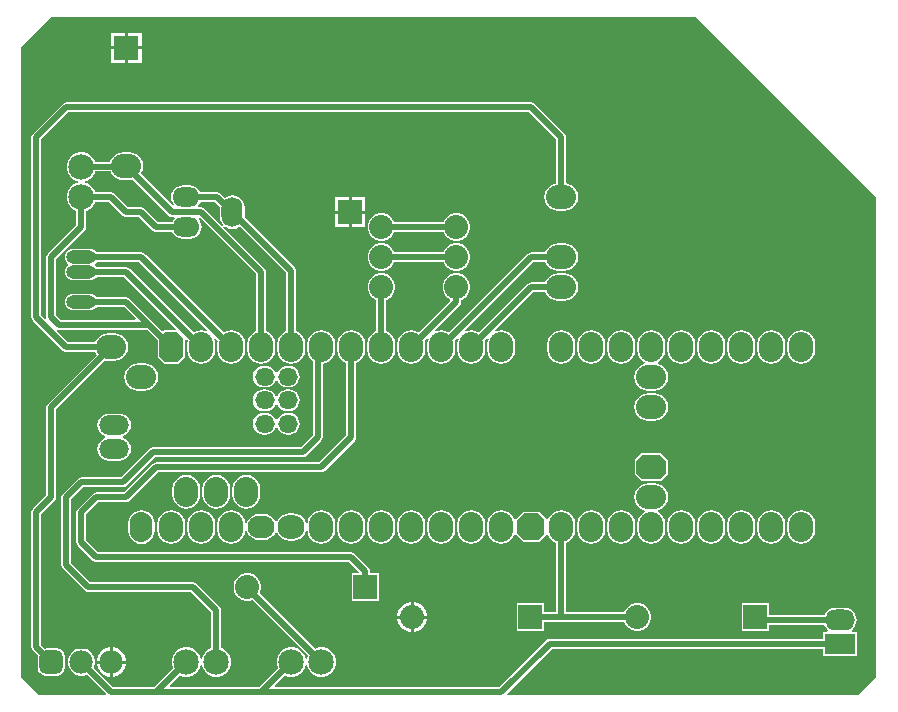
<source format=gbr>
%TF.GenerationSoftware,Altium Limited,Altium Designer,23.10.1 (27)*%
G04 Layer_Physical_Order=2*
G04 Layer_Color=16711680*
%FSLAX45Y45*%
%MOMM*%
%TF.SameCoordinates,2F64780F-F911-4696-9FF2-54DBC27FC154*%
%TF.FilePolarity,Positive*%
%TF.FileFunction,Copper,L2,Bot,Signal*%
%TF.Part,Single*%
G01*
G75*
%TA.AperFunction,ComponentPad*%
%ADD12R,2.54000X2.03200*%
%ADD13R,2.28600X2.28600*%
G04:AMPARAMS|DCode=14|XSize=2.032mm|YSize=2.032mm|CornerRadius=0.508mm|HoleSize=0mm|Usage=FLASHONLY|Rotation=90.000|XOffset=0mm|YOffset=0mm|HoleType=Round|Shape=RoundedRectangle|*
%AMROUNDEDRECTD14*
21,1,2.03200,1.01600,0,0,90.0*
21,1,1.01600,2.03200,0,0,90.0*
1,1,1.01600,0.50800,0.50800*
1,1,1.01600,0.50800,-0.50800*
1,1,1.01600,-0.50800,-0.50800*
1,1,1.01600,-0.50800,0.50800*
%
%ADD14ROUNDEDRECTD14*%
%ADD15O,2.54000X2.03200*%
G04:AMPARAMS|DCode=16|XSize=2.54mm|YSize=2.032mm|CornerRadius=0mm|HoleSize=0mm|Usage=FLASHONLY|Rotation=90.000|XOffset=0mm|YOffset=0mm|HoleType=Round|Shape=Octagon|*
%AMOCTAGOND16*
4,1,8,0.50800,1.27000,-0.50800,1.27000,-1.01600,0.76200,-1.01600,-0.76200,-0.50800,-1.27000,0.50800,-1.27000,1.01600,-0.76200,1.01600,0.76200,0.50800,1.27000,0.0*
%
%ADD16OCTAGOND16*%

G04:AMPARAMS|DCode=17|XSize=2.032mm|YSize=2.54mm|CornerRadius=0mm|HoleSize=0mm|Usage=FLASHONLY|Rotation=90.000|XOffset=0mm|YOffset=0mm|HoleType=Round|Shape=Octagon|*
%AMOCTAGOND17*
4,1,8,-1.27000,-0.50800,-1.27000,0.50800,-0.76200,1.01600,0.76200,1.01600,1.27000,0.50800,1.27000,-0.50800,0.76200,-1.01600,-0.76200,-1.01600,-1.27000,-0.50800,0.0*
%
%ADD17OCTAGOND17*%

%ADD18O,2.54000X2.03200*%
%ADD19O,2.03200X2.54000*%
%ADD20O,1.90500X2.54000*%
%ADD23O,2.28600X2.03200*%
G04:AMPARAMS|DCode=24|XSize=2.286mm|YSize=2.286mm|CornerRadius=0mm|HoleSize=0mm|Usage=FLASHONLY|Rotation=90.000|XOffset=0mm|YOffset=0mm|HoleType=Round|Shape=Octagon|*
%AMOCTAGOND24*
4,1,8,0.57150,1.14300,-0.57150,1.14300,-1.14300,0.57150,-1.14300,-0.57150,-0.57150,-1.14300,0.57150,-1.14300,1.14300,-0.57150,1.14300,0.57150,0.57150,1.14300,0.0*
%
%ADD24OCTAGOND24*%

%ADD25O,2.54000X1.65100*%
%ADD26O,1.65100X1.52400*%
G04:AMPARAMS|DCode=32|XSize=1.9812mm|YSize=1.9812mm|CornerRadius=0.4953mm|HoleSize=0mm|Usage=FLASHONLY|Rotation=0.000|XOffset=0mm|YOffset=0mm|HoleType=Round|Shape=RoundedRectangle|*
%AMROUNDEDRECTD32*
21,1,1.98120,0.99060,0,0,0.0*
21,1,0.99060,1.98120,0,0,0.0*
1,1,0.99060,0.49530,-0.49530*
1,1,0.99060,-0.49530,-0.49530*
1,1,0.99060,-0.49530,0.49530*
1,1,0.99060,0.49530,0.49530*
%
%ADD32ROUNDEDRECTD32*%
%ADD33C,1.98120*%
%ADD34C,2.15900*%
%ADD35O,2.54000X1.10795*%
%ADD36O,2.28600X1.65100*%
%ADD37C,2.03200*%
%TA.AperFunction,Conductor*%
%ADD38C,0.50800*%
%TA.AperFunction,ComponentPad*%
%ADD39R,2.15900X2.03200*%
%ADD40O,2.28600X1.90500*%
%ADD41R,2.03200X2.03200*%
%ADD42O,1.77800X2.54000*%
%ADD43R,2.54000X1.77800*%
%ADD44O,2.54000X1.77800*%
G36*
X9779000Y6350000D02*
X9779000Y2667000D01*
Y2286000D01*
X9627476Y2134476D01*
X6654669D01*
X6649809Y2146209D01*
X7029163Y2525564D01*
X9327760D01*
Y2462860D01*
X9612240D01*
Y2671140D01*
X9575104D01*
X9570793Y2683840D01*
X9582374Y2692726D01*
X9599066Y2714481D01*
X9609560Y2739814D01*
X9613139Y2767000D01*
X9609560Y2794186D01*
X9599066Y2819519D01*
X9582374Y2841274D01*
X9560619Y2857966D01*
X9535286Y2868460D01*
X9508100Y2872039D01*
X9431900D01*
X9404714Y2868460D01*
X9379381Y2857966D01*
X9357626Y2841274D01*
X9340934Y2819519D01*
X9336343Y2808436D01*
X8871840D01*
Y2910840D01*
X8638160D01*
Y2677160D01*
X8871840D01*
Y2725564D01*
X9336343D01*
X9340934Y2714481D01*
X9357626Y2692726D01*
X9369208Y2683840D01*
X9364896Y2671140D01*
X9327760D01*
Y2608436D01*
X7012000D01*
X6996143Y2605282D01*
X6982700Y2596300D01*
X6586836Y2200436D01*
X4688630D01*
X4683769Y2212170D01*
X4772969Y2301370D01*
X4778450Y2298205D01*
X4809782Y2289810D01*
X4842218D01*
X4873550Y2298205D01*
X4901640Y2314423D01*
X4924577Y2337360D01*
X4940795Y2365450D01*
X4946426Y2386466D01*
X4959574D01*
X4965205Y2365450D01*
X4981423Y2337360D01*
X5004360Y2314423D01*
X5032450Y2298205D01*
X5063782Y2289810D01*
X5096218D01*
X5127550Y2298205D01*
X5155640Y2314423D01*
X5178577Y2337360D01*
X5194795Y2365450D01*
X5203190Y2396782D01*
Y2429218D01*
X5194795Y2460550D01*
X5178577Y2488640D01*
X5155640Y2511577D01*
X5127550Y2527795D01*
X5096218Y2536190D01*
X5063782D01*
X5032450Y2527795D01*
X5029505Y2526095D01*
X4558518Y2997082D01*
X4561877Y3002902D01*
X4569840Y3032618D01*
Y3063382D01*
X4561877Y3093098D01*
X4546495Y3119741D01*
X4524741Y3141495D01*
X4498098Y3156877D01*
X4468382Y3164840D01*
X4437618D01*
X4407902Y3156877D01*
X4381259Y3141495D01*
X4359505Y3119741D01*
X4344123Y3093098D01*
X4336160Y3063382D01*
Y3032618D01*
X4344123Y3002902D01*
X4359505Y2976259D01*
X4381259Y2954505D01*
X4407902Y2939123D01*
X4437618Y2931160D01*
X4468382D01*
X4498098Y2939123D01*
X4498846Y2939554D01*
X4969834Y2468567D01*
X4965205Y2460550D01*
X4959574Y2439534D01*
X4946426D01*
X4940795Y2460550D01*
X4924577Y2488640D01*
X4901640Y2511577D01*
X4873550Y2527795D01*
X4842218Y2536190D01*
X4809782D01*
X4778450Y2527795D01*
X4750360Y2511577D01*
X4727423Y2488640D01*
X4711205Y2460550D01*
X4702810Y2429218D01*
Y2396782D01*
X4711205Y2365450D01*
X4714370Y2359969D01*
X4554836Y2200436D01*
X3799630D01*
X3794769Y2212170D01*
X3883969Y2301370D01*
X3889450Y2298205D01*
X3920782Y2289810D01*
X3953218D01*
X3984550Y2298205D01*
X4012640Y2314423D01*
X4035577Y2337360D01*
X4051795Y2365450D01*
X4057426Y2386466D01*
X4070574D01*
X4076205Y2365450D01*
X4092423Y2337360D01*
X4115360Y2314423D01*
X4143450Y2298205D01*
X4174782Y2289810D01*
X4207218D01*
X4238550Y2298205D01*
X4266640Y2314423D01*
X4289577Y2337360D01*
X4305795Y2365450D01*
X4314190Y2396782D01*
Y2429218D01*
X4305795Y2460550D01*
X4289577Y2488640D01*
X4266640Y2511577D01*
X4238550Y2527795D01*
X4232436Y2529433D01*
Y2853638D01*
X4229282Y2869495D01*
X4220300Y2882938D01*
X4025938Y3077300D01*
X4012495Y3086282D01*
X3996638Y3089436D01*
X3124802D01*
X2962436Y3251802D01*
Y3792836D01*
X3065164Y3895564D01*
X3399847D01*
X3415704Y3898718D01*
X3429147Y3907700D01*
X3671010Y4149564D01*
X4923847D01*
X4939704Y4152718D01*
X4953147Y4161700D01*
X5080147Y4288700D01*
X5089129Y4302143D01*
X5092283Y4318000D01*
Y4938369D01*
X5110501Y4940767D01*
X5138924Y4952541D01*
X5163331Y4971269D01*
X5182059Y4995676D01*
X5193833Y5024099D01*
X5197848Y5054600D01*
Y5105400D01*
X5193833Y5135901D01*
X5182059Y5164324D01*
X5163331Y5188731D01*
X5138924Y5207459D01*
X5110501Y5219233D01*
X5080000Y5223248D01*
X5049499Y5219233D01*
X5021076Y5207459D01*
X4996669Y5188731D01*
X4977941Y5164324D01*
X4966167Y5135901D01*
X4962152Y5105400D01*
Y5054600D01*
X4966167Y5024099D01*
X4977941Y4995676D01*
X4996669Y4971269D01*
X5009411Y4961492D01*
Y4335164D01*
X4906683Y4232436D01*
X3653848D01*
X3653847Y4232437D01*
X3637990Y4229282D01*
X3624547Y4220300D01*
X3382683Y3978436D01*
X3048000D01*
X3032143Y3975282D01*
X3018700Y3966300D01*
X2891700Y3839300D01*
X2882718Y3825857D01*
X2879564Y3810000D01*
Y3234638D01*
X2882718Y3218781D01*
X2891700Y3205339D01*
X3078339Y3018700D01*
X3091781Y3009718D01*
X3107638Y3006564D01*
X3979475D01*
X4149564Y2836475D01*
Y2529433D01*
X4143450Y2527795D01*
X4115360Y2511577D01*
X4092423Y2488640D01*
X4076205Y2460550D01*
X4070574Y2439534D01*
X4057426D01*
X4051795Y2460550D01*
X4035577Y2488640D01*
X4012640Y2511577D01*
X3984550Y2527795D01*
X3953218Y2536190D01*
X3920782D01*
X3889450Y2527795D01*
X3861360Y2511577D01*
X3838423Y2488640D01*
X3822205Y2460550D01*
X3813810Y2429218D01*
Y2396782D01*
X3822205Y2365450D01*
X3825370Y2359969D01*
X3665836Y2200436D01*
X3319164D01*
X3153122Y2366477D01*
X3154511Y2368882D01*
X3162300Y2397952D01*
Y2428048D01*
X3154511Y2457118D01*
X3139463Y2483182D01*
X3118182Y2504463D01*
X3092118Y2519511D01*
X3063048Y2527300D01*
X3032952D01*
X3003882Y2519511D01*
X2977818Y2504463D01*
X2956537Y2483182D01*
X2941489Y2457118D01*
X2933700Y2428048D01*
Y2397952D01*
X2941489Y2368882D01*
X2956537Y2342818D01*
X2977818Y2321537D01*
X3003882Y2306489D01*
X3032952Y2298700D01*
X3063048D01*
X3092118Y2306489D01*
X3094523Y2307878D01*
X3256191Y2146209D01*
X3251331Y2134476D01*
X2691524D01*
X2540000Y2286000D01*
Y7620000D01*
X2794000Y7874000D01*
X8255000D01*
X9779000Y6350000D01*
D02*
G37*
%LPC*%
G36*
X3562350Y7739000D02*
X3441700D01*
Y7624700D01*
X3562350D01*
Y7739000D01*
D02*
G37*
G36*
X3416300D02*
X3295650D01*
Y7624700D01*
X3416300D01*
Y7739000D01*
D02*
G37*
G36*
X3562350Y7599300D02*
X3441700D01*
Y7485000D01*
X3562350D01*
Y7599300D01*
D02*
G37*
G36*
X3416300D02*
X3295650D01*
Y7485000D01*
X3416300D01*
Y7599300D01*
D02*
G37*
G36*
X5453000Y6350000D02*
X5338700D01*
Y6235700D01*
X5453000D01*
Y6350000D01*
D02*
G37*
G36*
X5313300D02*
X5199000D01*
Y6235700D01*
X5313300D01*
Y6350000D01*
D02*
G37*
G36*
X2921000Y7153437D02*
X2905143Y7150282D01*
X2891700Y7141300D01*
X2637700Y6887300D01*
X2628718Y6873857D01*
X2625564Y6858000D01*
Y5334000D01*
X2628718Y5318143D01*
X2637700Y5304700D01*
X2891700Y5050700D01*
X2905143Y5041718D01*
X2921000Y5038563D01*
X2921001Y5038564D01*
X3167297D01*
X3174541Y5021076D01*
X3178854Y5015454D01*
X2764700Y4601300D01*
X2755718Y4587857D01*
X2752564Y4572000D01*
Y3827164D01*
X2637700Y3712300D01*
X2628718Y3698857D01*
X2625564Y3683000D01*
Y2540000D01*
X2628718Y2524143D01*
X2637700Y2510700D01*
X2679665Y2468735D01*
X2678431Y2462530D01*
Y2363470D01*
X2683458Y2338198D01*
X2697773Y2316773D01*
X2719198Y2302458D01*
X2744470Y2297431D01*
X2843530D01*
X2868802Y2302458D01*
X2890227Y2316773D01*
X2904542Y2338198D01*
X2909569Y2363470D01*
Y2462530D01*
X2904542Y2487802D01*
X2890227Y2509227D01*
X2868802Y2523542D01*
X2843530Y2528569D01*
X2744470D01*
X2738265Y2527335D01*
X2708436Y2557164D01*
Y3665836D01*
X2823300Y3780700D01*
X2832282Y3794143D01*
X2835436Y3810000D01*
Y4554836D01*
X3246689Y4966090D01*
X3276600Y4962152D01*
X3327400D01*
X3357901Y4966167D01*
X3386324Y4977941D01*
X3410731Y4996669D01*
X3429459Y5021076D01*
X3441233Y5049499D01*
X3445248Y5080000D01*
X3441233Y5110501D01*
X3429459Y5138924D01*
X3410731Y5163331D01*
X3386324Y5182059D01*
X3357901Y5193833D01*
X3327400Y5197848D01*
X3276600D01*
X3246099Y5193833D01*
X3217676Y5182059D01*
X3193269Y5163331D01*
X3174541Y5138924D01*
X3167297Y5121436D01*
X2938164D01*
X2841045Y5218555D01*
X2847301Y5230259D01*
X2858540Y5228024D01*
X3603377D01*
X3693160Y5138240D01*
Y4996180D01*
X3751580Y4937760D01*
X3868420D01*
X3926840Y4996180D01*
Y5141967D01*
X3938573Y5146827D01*
X3950090Y5135311D01*
X3946152Y5105400D01*
Y5054600D01*
X3950167Y5024099D01*
X3961941Y4995676D01*
X3980669Y4971269D01*
X4005076Y4952541D01*
X4033499Y4940767D01*
X4064000Y4936752D01*
X4094501Y4940767D01*
X4122924Y4952541D01*
X4147331Y4971269D01*
X4166059Y4995676D01*
X4177833Y5024099D01*
X4181848Y5054600D01*
Y5105400D01*
X4177833Y5135901D01*
X4172384Y5149056D01*
X4183150Y5156250D01*
X4204090Y5135311D01*
X4200152Y5105400D01*
Y5054600D01*
X4204167Y5024099D01*
X4215941Y4995676D01*
X4234669Y4971269D01*
X4259076Y4952541D01*
X4287499Y4940767D01*
X4318000Y4936752D01*
X4348501Y4940767D01*
X4376924Y4952541D01*
X4401331Y4971269D01*
X4420059Y4995676D01*
X4431833Y5024099D01*
X4435848Y5054600D01*
Y5105400D01*
X4431833Y5135901D01*
X4420059Y5164324D01*
X4401331Y5188731D01*
X4376924Y5207459D01*
X4348501Y5219233D01*
X4318000Y5223248D01*
X4287499Y5219233D01*
X4259076Y5207459D01*
X4253454Y5203146D01*
X3585300Y5871300D01*
X3571857Y5880282D01*
X3556000Y5883436D01*
X3176844D01*
X3169982Y5892379D01*
X3155226Y5903702D01*
X3138043Y5910819D01*
X3119603Y5913247D01*
X2976397D01*
X2957957Y5910819D01*
X2940774Y5903702D01*
X2926018Y5892379D01*
X2914696Y5877623D01*
X2907578Y5860440D01*
X2905150Y5842000D01*
X2907578Y5823560D01*
X2914696Y5806377D01*
X2926018Y5791621D01*
X2932687Y5786504D01*
Y5770496D01*
X2926018Y5765379D01*
X2914696Y5750623D01*
X2907578Y5733440D01*
X2905150Y5715000D01*
X2907578Y5696560D01*
X2914696Y5679377D01*
X2926018Y5664621D01*
X2940774Y5653298D01*
X2957957Y5646181D01*
X2976397Y5643753D01*
X3119603D01*
X3138043Y5646181D01*
X3155226Y5653298D01*
X3169982Y5664621D01*
X3176844Y5673564D01*
X3411836D01*
X3851427Y5233973D01*
X3846567Y5222240D01*
X3751580D01*
X3738970Y5209630D01*
X3649840Y5298760D01*
X3458300Y5490300D01*
X3444857Y5499282D01*
X3429000Y5502436D01*
X3176844D01*
X3169982Y5511379D01*
X3155226Y5522702D01*
X3138043Y5529819D01*
X3119603Y5532247D01*
X2976397D01*
X2957957Y5529819D01*
X2940774Y5522702D01*
X2926018Y5511379D01*
X2914696Y5496623D01*
X2907578Y5479440D01*
X2905150Y5461000D01*
X2907578Y5442560D01*
X2914696Y5425377D01*
X2926018Y5410621D01*
X2940774Y5399298D01*
X2957957Y5392181D01*
X2976397Y5389753D01*
X3119603D01*
X3138043Y5392181D01*
X3155226Y5399298D01*
X3169982Y5410621D01*
X3176844Y5419564D01*
X3411836D01*
X3508771Y5322629D01*
X3503910Y5310896D01*
X2875704D01*
X2835436Y5351164D01*
Y5824836D01*
X3077300Y6066700D01*
X3086282Y6080143D01*
X3089437Y6096000D01*
X3089436Y6096001D01*
Y6233567D01*
X3095550Y6235205D01*
X3123640Y6251423D01*
X3146577Y6274360D01*
X3162795Y6302450D01*
X3164433Y6308564D01*
X3284836D01*
X3399700Y6193700D01*
X3413143Y6184718D01*
X3429000Y6181564D01*
X3538836D01*
X3653700Y6066700D01*
X3667143Y6057718D01*
X3683000Y6054564D01*
X3816566D01*
X3819831Y6046683D01*
X3835505Y6026255D01*
X3855933Y6010581D01*
X3879722Y6000727D01*
X3905250Y5997366D01*
X3968750D01*
X3994278Y6000727D01*
X4018067Y6010581D01*
X4038495Y6026255D01*
X4054169Y6046683D01*
X4064023Y6070472D01*
X4067384Y6096000D01*
X4064023Y6121528D01*
X4054169Y6145317D01*
X4040454Y6163190D01*
X4042468Y6172454D01*
X4045012Y6176751D01*
X4050756Y6177644D01*
X4530564Y5697837D01*
Y5214703D01*
X4513076Y5207459D01*
X4488669Y5188731D01*
X4469941Y5164324D01*
X4458167Y5135901D01*
X4454152Y5105400D01*
Y5054600D01*
X4458167Y5024099D01*
X4469941Y4995676D01*
X4488669Y4971269D01*
X4513076Y4952541D01*
X4541499Y4940767D01*
X4572000Y4936752D01*
X4602501Y4940767D01*
X4630924Y4952541D01*
X4655331Y4971269D01*
X4674059Y4995676D01*
X4685833Y5024099D01*
X4689848Y5054600D01*
Y5105400D01*
X4685833Y5135901D01*
X4674059Y5164324D01*
X4655331Y5188731D01*
X4630924Y5207459D01*
X4613436Y5214703D01*
Y5715000D01*
X4610282Y5730857D01*
X4601300Y5744300D01*
X4248526Y6097074D01*
X4256918Y6106643D01*
X4273481Y6093934D01*
X4298814Y6083440D01*
X4326000Y6079861D01*
X4353186Y6083440D01*
X4378519Y6093934D01*
X4388674Y6101726D01*
X4784564Y5705836D01*
Y5214703D01*
X4767076Y5207459D01*
X4742669Y5188731D01*
X4723941Y5164324D01*
X4712167Y5135901D01*
X4708152Y5105400D01*
Y5054600D01*
X4712167Y5024099D01*
X4723941Y4995676D01*
X4742669Y4971269D01*
X4767076Y4952541D01*
X4795499Y4940767D01*
X4826000Y4936752D01*
X4856501Y4940767D01*
X4884924Y4952541D01*
X4909331Y4971269D01*
X4928059Y4995676D01*
X4939833Y5024099D01*
X4943848Y5054600D01*
Y5105400D01*
X4939833Y5135901D01*
X4928059Y5164324D01*
X4909331Y5188731D01*
X4884924Y5207459D01*
X4867436Y5214703D01*
Y5723000D01*
X4864282Y5738857D01*
X4855300Y5752300D01*
X4430069Y6177531D01*
X4431039Y6184900D01*
Y6261100D01*
X4427460Y6288286D01*
X4416966Y6313619D01*
X4400274Y6335374D01*
X4378519Y6352066D01*
X4353186Y6362560D01*
X4326000Y6366139D01*
X4298814Y6362560D01*
X4273481Y6352066D01*
X4263326Y6344274D01*
X4228300Y6379300D01*
X4214857Y6388282D01*
X4199000Y6391436D01*
X4057434D01*
X4054169Y6399317D01*
X4038495Y6419745D01*
X4018067Y6435419D01*
X3994278Y6445273D01*
X3968750Y6448634D01*
X3905250D01*
X3879722Y6445273D01*
X3855933Y6435419D01*
X3835505Y6419745D01*
X3819831Y6399317D01*
X3809977Y6375528D01*
X3806616Y6350000D01*
X3809977Y6324472D01*
X3819831Y6300683D01*
X3829570Y6287990D01*
X3820002Y6279598D01*
X3552146Y6547454D01*
X3556459Y6553076D01*
X3568233Y6581499D01*
X3572248Y6612000D01*
X3568233Y6642501D01*
X3556459Y6670924D01*
X3537731Y6695331D01*
X3513324Y6714059D01*
X3484901Y6725833D01*
X3454400Y6729848D01*
X3403600D01*
X3373099Y6725833D01*
X3344676Y6714059D01*
X3320269Y6695331D01*
X3301541Y6670924D01*
X3292640Y6649436D01*
X3163361D01*
X3162795Y6651550D01*
X3146577Y6679640D01*
X3123640Y6702577D01*
X3095550Y6718795D01*
X3064218Y6727190D01*
X3031782D01*
X3000450Y6718795D01*
X2972360Y6702577D01*
X2949423Y6679640D01*
X2933205Y6651550D01*
X2924810Y6620218D01*
Y6587782D01*
X2933205Y6556450D01*
X2949423Y6528360D01*
X2972360Y6505423D01*
X3000450Y6489205D01*
X3021466Y6483574D01*
Y6470426D01*
X3000450Y6464795D01*
X2972360Y6448577D01*
X2949423Y6425640D01*
X2933205Y6397550D01*
X2924810Y6366218D01*
Y6333782D01*
X2933205Y6302450D01*
X2949423Y6274360D01*
X2972360Y6251423D01*
X3000450Y6235205D01*
X3006564Y6233567D01*
Y6113164D01*
X2764700Y5871300D01*
X2755718Y5857857D01*
X2752564Y5842000D01*
Y5334000D01*
X2754799Y5322761D01*
X2743095Y5316505D01*
X2708436Y5351164D01*
Y6840836D01*
X2938164Y7070564D01*
X6840836D01*
X7070564Y6840836D01*
Y6465737D01*
X7056099Y6463833D01*
X7027676Y6452059D01*
X7003269Y6433331D01*
X6984541Y6408924D01*
X6972767Y6380501D01*
X6968752Y6350000D01*
X6972767Y6319499D01*
X6984541Y6291076D01*
X7003269Y6266669D01*
X7027676Y6247941D01*
X7056099Y6236167D01*
X7086600Y6232152D01*
X7137400D01*
X7167901Y6236167D01*
X7196324Y6247941D01*
X7220731Y6266669D01*
X7239459Y6291076D01*
X7251233Y6319499D01*
X7255248Y6350000D01*
X7251233Y6380501D01*
X7239459Y6408924D01*
X7220731Y6433331D01*
X7196324Y6452059D01*
X7167901Y6463833D01*
X7153436Y6465737D01*
Y6857999D01*
X7153437Y6858000D01*
X7150282Y6873857D01*
X7141300Y6887300D01*
X6887300Y7141300D01*
X6873857Y7150282D01*
X6858000Y7153436D01*
X2921001D01*
X2921000Y7153437D01*
D02*
G37*
G36*
X6238382Y6212840D02*
X6207618D01*
X6177902Y6204877D01*
X6151259Y6189495D01*
X6129505Y6167741D01*
X6114123Y6141098D01*
X6113141Y6137436D01*
X5697859D01*
X5696877Y6141098D01*
X5681495Y6167741D01*
X5659741Y6189495D01*
X5633098Y6204877D01*
X5603382Y6212840D01*
X5572618D01*
X5542902Y6204877D01*
X5516259Y6189495D01*
X5494505Y6167741D01*
X5479123Y6141098D01*
X5471160Y6111382D01*
Y6080618D01*
X5479123Y6050902D01*
X5494505Y6024259D01*
X5516259Y6002505D01*
X5542902Y5987123D01*
X5572618Y5979160D01*
X5603382D01*
X5633098Y5987123D01*
X5659741Y6002505D01*
X5681495Y6024259D01*
X5696877Y6050902D01*
X5697859Y6054564D01*
X6113141D01*
X6114123Y6050902D01*
X6129505Y6024259D01*
X6151259Y6002505D01*
X6177902Y5987123D01*
X6207618Y5979160D01*
X6238382D01*
X6268098Y5987123D01*
X6294741Y6002505D01*
X6316495Y6024259D01*
X6331877Y6050902D01*
X6339840Y6080618D01*
Y6111382D01*
X6331877Y6141098D01*
X6316495Y6167741D01*
X6294741Y6189495D01*
X6268098Y6204877D01*
X6238382Y6212840D01*
D02*
G37*
G36*
X5453000Y6210300D02*
X5338700D01*
Y6096000D01*
X5453000D01*
Y6210300D01*
D02*
G37*
G36*
X5313300D02*
X5199000D01*
Y6096000D01*
X5313300D01*
Y6210300D01*
D02*
G37*
G36*
X6238382Y5958840D02*
X6207618D01*
X6177902Y5950877D01*
X6151259Y5935495D01*
X6129505Y5913741D01*
X6114123Y5887098D01*
X6113141Y5883436D01*
X5697859D01*
X5696877Y5887098D01*
X5681495Y5913741D01*
X5659741Y5935495D01*
X5633098Y5950877D01*
X5603382Y5958840D01*
X5572618D01*
X5542902Y5950877D01*
X5516259Y5935495D01*
X5494505Y5913741D01*
X5479123Y5887098D01*
X5471160Y5857382D01*
Y5826618D01*
X5479123Y5796902D01*
X5494505Y5770259D01*
X5516259Y5748505D01*
X5542902Y5733123D01*
X5572618Y5725160D01*
X5603382D01*
X5633098Y5733123D01*
X5659741Y5748505D01*
X5681495Y5770259D01*
X5696877Y5796902D01*
X5697859Y5800564D01*
X6113141D01*
X6114123Y5796902D01*
X6129505Y5770259D01*
X6151259Y5748505D01*
X6177902Y5733123D01*
X6207618Y5725160D01*
X6238382D01*
X6268098Y5733123D01*
X6294741Y5748505D01*
X6316495Y5770259D01*
X6331877Y5796902D01*
X6339840Y5826618D01*
Y5857382D01*
X6331877Y5887098D01*
X6316495Y5913741D01*
X6294741Y5935495D01*
X6268098Y5950877D01*
X6238382Y5958840D01*
D02*
G37*
G36*
X7137400Y5959848D02*
X7086600D01*
X7056099Y5955833D01*
X7027676Y5944059D01*
X7003269Y5925331D01*
X6984541Y5900924D01*
X6977297Y5883436D01*
X6858000D01*
X6842143Y5880282D01*
X6828700Y5871300D01*
X6160546Y5203146D01*
X6154924Y5207459D01*
X6126501Y5219233D01*
X6096000Y5223248D01*
X6065499Y5219233D01*
X6052344Y5213784D01*
X6045150Y5224550D01*
X6252300Y5431700D01*
X6261282Y5445143D01*
X6264436Y5461000D01*
Y5478141D01*
X6268098Y5479123D01*
X6294741Y5494505D01*
X6316495Y5516259D01*
X6331877Y5542902D01*
X6339840Y5572618D01*
Y5603382D01*
X6331877Y5633098D01*
X6316495Y5659741D01*
X6294741Y5681495D01*
X6268098Y5696877D01*
X6238382Y5704840D01*
X6207618D01*
X6177902Y5696877D01*
X6151259Y5681495D01*
X6129505Y5659741D01*
X6114123Y5633098D01*
X6106160Y5603382D01*
Y5572618D01*
X6114123Y5542902D01*
X6129505Y5516259D01*
X6151259Y5494505D01*
X6169445Y5484005D01*
X6171534Y5468134D01*
X5906546Y5203146D01*
X5900924Y5207459D01*
X5872501Y5219233D01*
X5842000Y5223248D01*
X5811499Y5219233D01*
X5783076Y5207459D01*
X5758669Y5188731D01*
X5739941Y5164324D01*
X5728167Y5135901D01*
X5724152Y5105400D01*
Y5054600D01*
X5728167Y5024099D01*
X5739941Y4995676D01*
X5758669Y4971269D01*
X5783076Y4952541D01*
X5811499Y4940767D01*
X5842000Y4936752D01*
X5872501Y4940767D01*
X5900924Y4952541D01*
X5925331Y4971269D01*
X5944059Y4995676D01*
X5955833Y5024099D01*
X5959848Y5054600D01*
Y5105400D01*
X5955910Y5135311D01*
X5976850Y5156250D01*
X5987616Y5149056D01*
X5982167Y5135901D01*
X5978152Y5105400D01*
Y5054600D01*
X5982167Y5024099D01*
X5993941Y4995676D01*
X6012669Y4971269D01*
X6037076Y4952541D01*
X6065499Y4940767D01*
X6096000Y4936752D01*
X6126501Y4940767D01*
X6154924Y4952541D01*
X6179331Y4971269D01*
X6198059Y4995676D01*
X6209833Y5024099D01*
X6213848Y5054600D01*
Y5105400D01*
X6209910Y5135311D01*
X6230850Y5156250D01*
X6241616Y5149056D01*
X6236167Y5135901D01*
X6232152Y5105400D01*
Y5054600D01*
X6236167Y5024099D01*
X6247941Y4995676D01*
X6266669Y4971269D01*
X6291076Y4952541D01*
X6319499Y4940767D01*
X6350000Y4936752D01*
X6380501Y4940767D01*
X6408924Y4952541D01*
X6433331Y4971269D01*
X6452059Y4995676D01*
X6463833Y5024099D01*
X6467848Y5054600D01*
Y5105400D01*
X6463910Y5135311D01*
X6484850Y5156250D01*
X6495616Y5149056D01*
X6490167Y5135901D01*
X6486152Y5105400D01*
Y5054600D01*
X6490167Y5024099D01*
X6501941Y4995676D01*
X6520669Y4971269D01*
X6545076Y4952541D01*
X6573499Y4940767D01*
X6604000Y4936752D01*
X6634501Y4940767D01*
X6662924Y4952541D01*
X6687331Y4971269D01*
X6706059Y4995676D01*
X6717833Y5024099D01*
X6721848Y5054600D01*
Y5105400D01*
X6717833Y5135901D01*
X6706059Y5164324D01*
X6687331Y5188731D01*
X6662924Y5207459D01*
X6634501Y5219233D01*
X6604000Y5223248D01*
X6573499Y5219233D01*
X6560344Y5213784D01*
X6553150Y5224550D01*
X6875164Y5546564D01*
X6977297D01*
X6984541Y5529076D01*
X7003269Y5504669D01*
X7027676Y5485941D01*
X7056099Y5474167D01*
X7086600Y5470152D01*
X7137400D01*
X7167901Y5474167D01*
X7196324Y5485941D01*
X7220731Y5504669D01*
X7239459Y5529076D01*
X7251233Y5557499D01*
X7255248Y5588000D01*
X7251233Y5618501D01*
X7239459Y5646924D01*
X7220731Y5671331D01*
X7196324Y5690059D01*
X7167901Y5701833D01*
X7137400Y5705848D01*
X7086600D01*
X7056099Y5701833D01*
X7027676Y5690059D01*
X7003269Y5671331D01*
X6984541Y5646924D01*
X6977297Y5629436D01*
X6858000D01*
X6842143Y5626282D01*
X6828700Y5617300D01*
X6414546Y5203146D01*
X6408924Y5207459D01*
X6380501Y5219233D01*
X6350000Y5223248D01*
X6319499Y5219233D01*
X6306344Y5213784D01*
X6299150Y5224550D01*
X6875164Y5800564D01*
X6977297D01*
X6984541Y5783076D01*
X7003269Y5758669D01*
X7027676Y5739941D01*
X7056099Y5728167D01*
X7086600Y5724152D01*
X7137400D01*
X7167901Y5728167D01*
X7196324Y5739941D01*
X7220731Y5758669D01*
X7239459Y5783076D01*
X7251233Y5811499D01*
X7255248Y5842000D01*
X7251233Y5872501D01*
X7239459Y5900924D01*
X7220731Y5925331D01*
X7196324Y5944059D01*
X7167901Y5955833D01*
X7137400Y5959848D01*
D02*
G37*
G36*
X9144000Y5223248D02*
X9113499Y5219233D01*
X9085076Y5207459D01*
X9060669Y5188731D01*
X9041941Y5164324D01*
X9030167Y5135901D01*
X9026152Y5105400D01*
Y5054600D01*
X9030167Y5024099D01*
X9041941Y4995676D01*
X9060669Y4971269D01*
X9085076Y4952541D01*
X9113499Y4940767D01*
X9144000Y4936752D01*
X9174501Y4940767D01*
X9202924Y4952541D01*
X9227331Y4971269D01*
X9246059Y4995676D01*
X9257833Y5024099D01*
X9261848Y5054600D01*
Y5105400D01*
X9257833Y5135901D01*
X9246059Y5164324D01*
X9227331Y5188731D01*
X9202924Y5207459D01*
X9174501Y5219233D01*
X9144000Y5223248D01*
D02*
G37*
G36*
X8890000D02*
X8859499Y5219233D01*
X8831076Y5207459D01*
X8806669Y5188731D01*
X8787941Y5164324D01*
X8776167Y5135901D01*
X8772152Y5105400D01*
Y5054600D01*
X8776167Y5024099D01*
X8787941Y4995676D01*
X8806669Y4971269D01*
X8831076Y4952541D01*
X8859499Y4940767D01*
X8890000Y4936752D01*
X8920501Y4940767D01*
X8948924Y4952541D01*
X8973331Y4971269D01*
X8992059Y4995676D01*
X9003833Y5024099D01*
X9007848Y5054600D01*
Y5105400D01*
X9003833Y5135901D01*
X8992059Y5164324D01*
X8973331Y5188731D01*
X8948924Y5207459D01*
X8920501Y5219233D01*
X8890000Y5223248D01*
D02*
G37*
G36*
X8636000D02*
X8605499Y5219233D01*
X8577076Y5207459D01*
X8552669Y5188731D01*
X8533941Y5164324D01*
X8522167Y5135901D01*
X8518152Y5105400D01*
Y5054600D01*
X8522167Y5024099D01*
X8533941Y4995676D01*
X8552669Y4971269D01*
X8577076Y4952541D01*
X8605499Y4940767D01*
X8636000Y4936752D01*
X8666501Y4940767D01*
X8694924Y4952541D01*
X8719331Y4971269D01*
X8738059Y4995676D01*
X8749833Y5024099D01*
X8753848Y5054600D01*
Y5105400D01*
X8749833Y5135901D01*
X8738059Y5164324D01*
X8719331Y5188731D01*
X8694924Y5207459D01*
X8666501Y5219233D01*
X8636000Y5223248D01*
D02*
G37*
G36*
X8382000D02*
X8351499Y5219233D01*
X8323076Y5207459D01*
X8298669Y5188731D01*
X8279941Y5164324D01*
X8268167Y5135901D01*
X8264152Y5105400D01*
Y5054600D01*
X8268167Y5024099D01*
X8279941Y4995676D01*
X8298669Y4971269D01*
X8323076Y4952541D01*
X8351499Y4940767D01*
X8382000Y4936752D01*
X8412501Y4940767D01*
X8440924Y4952541D01*
X8465331Y4971269D01*
X8484059Y4995676D01*
X8495833Y5024099D01*
X8499848Y5054600D01*
Y5105400D01*
X8495833Y5135901D01*
X8484059Y5164324D01*
X8465331Y5188731D01*
X8440924Y5207459D01*
X8412501Y5219233D01*
X8382000Y5223248D01*
D02*
G37*
G36*
X8128000D02*
X8097499Y5219233D01*
X8069076Y5207459D01*
X8044669Y5188731D01*
X8025941Y5164324D01*
X8014167Y5135901D01*
X8010152Y5105400D01*
Y5054600D01*
X8014167Y5024099D01*
X8025941Y4995676D01*
X8044669Y4971269D01*
X8069076Y4952541D01*
X8097499Y4940767D01*
X8128000Y4936752D01*
X8158501Y4940767D01*
X8186924Y4952541D01*
X8211331Y4971269D01*
X8230059Y4995676D01*
X8241833Y5024099D01*
X8245848Y5054600D01*
Y5105400D01*
X8241833Y5135901D01*
X8230059Y5164324D01*
X8211331Y5188731D01*
X8186924Y5207459D01*
X8158501Y5219233D01*
X8128000Y5223248D01*
D02*
G37*
G36*
X7620000D02*
X7589499Y5219233D01*
X7561076Y5207459D01*
X7536669Y5188731D01*
X7517941Y5164324D01*
X7506167Y5135901D01*
X7502152Y5105400D01*
Y5054600D01*
X7506167Y5024099D01*
X7517941Y4995676D01*
X7536669Y4971269D01*
X7561076Y4952541D01*
X7589499Y4940767D01*
X7620000Y4936752D01*
X7650501Y4940767D01*
X7678924Y4952541D01*
X7703331Y4971269D01*
X7722059Y4995676D01*
X7733833Y5024099D01*
X7737848Y5054600D01*
Y5105400D01*
X7733833Y5135901D01*
X7722059Y5164324D01*
X7703331Y5188731D01*
X7678924Y5207459D01*
X7650501Y5219233D01*
X7620000Y5223248D01*
D02*
G37*
G36*
X7366000D02*
X7335499Y5219233D01*
X7307076Y5207459D01*
X7282669Y5188731D01*
X7263941Y5164324D01*
X7252167Y5135901D01*
X7248152Y5105400D01*
Y5054600D01*
X7252167Y5024099D01*
X7263941Y4995676D01*
X7282669Y4971269D01*
X7307076Y4952541D01*
X7335499Y4940767D01*
X7366000Y4936752D01*
X7396501Y4940767D01*
X7424924Y4952541D01*
X7449331Y4971269D01*
X7468059Y4995676D01*
X7479833Y5024099D01*
X7483848Y5054600D01*
Y5105400D01*
X7479833Y5135901D01*
X7468059Y5164324D01*
X7449331Y5188731D01*
X7424924Y5207459D01*
X7396501Y5219233D01*
X7366000Y5223248D01*
D02*
G37*
G36*
X7112000D02*
X7081499Y5219233D01*
X7053076Y5207459D01*
X7028669Y5188731D01*
X7009941Y5164324D01*
X6998167Y5135901D01*
X6994152Y5105400D01*
Y5054600D01*
X6998167Y5024099D01*
X7009941Y4995676D01*
X7028669Y4971269D01*
X7053076Y4952541D01*
X7081499Y4940767D01*
X7112000Y4936752D01*
X7142501Y4940767D01*
X7170924Y4952541D01*
X7195331Y4971269D01*
X7214059Y4995676D01*
X7225833Y5024099D01*
X7229848Y5054600D01*
Y5105400D01*
X7225833Y5135901D01*
X7214059Y5164324D01*
X7195331Y5188731D01*
X7170924Y5207459D01*
X7142501Y5219233D01*
X7112000Y5223248D01*
D02*
G37*
G36*
X5603382Y5704840D02*
X5572618D01*
X5542902Y5696877D01*
X5516259Y5681495D01*
X5494505Y5659741D01*
X5479123Y5633098D01*
X5471160Y5603382D01*
Y5572618D01*
X5479123Y5542902D01*
X5494505Y5516259D01*
X5516259Y5494505D01*
X5542902Y5479123D01*
X5546564Y5478141D01*
Y5214703D01*
X5529076Y5207459D01*
X5504669Y5188731D01*
X5485941Y5164324D01*
X5474167Y5135901D01*
X5470152Y5105400D01*
Y5054600D01*
X5474167Y5024099D01*
X5485941Y4995676D01*
X5504669Y4971269D01*
X5529076Y4952541D01*
X5557499Y4940767D01*
X5588000Y4936752D01*
X5618501Y4940767D01*
X5646924Y4952541D01*
X5671331Y4971269D01*
X5690059Y4995676D01*
X5701833Y5024099D01*
X5705848Y5054600D01*
Y5105400D01*
X5701833Y5135901D01*
X5690059Y5164324D01*
X5671331Y5188731D01*
X5646924Y5207459D01*
X5629436Y5214703D01*
Y5478141D01*
X5633098Y5479123D01*
X5659741Y5494505D01*
X5681495Y5516259D01*
X5696877Y5542902D01*
X5704840Y5572618D01*
Y5603382D01*
X5696877Y5633098D01*
X5681495Y5659741D01*
X5659741Y5681495D01*
X5633098Y5696877D01*
X5603382Y5704840D01*
D02*
G37*
G36*
X4805350Y4922217D02*
X4792650D01*
X4768779Y4919074D01*
X4746535Y4909860D01*
X4727434Y4895204D01*
X4712777Y4876102D01*
X4705873Y4859435D01*
X4692127D01*
X4685223Y4876102D01*
X4670566Y4895204D01*
X4651465Y4909860D01*
X4629221Y4919074D01*
X4605350Y4922217D01*
X4592650D01*
X4568780Y4919074D01*
X4546536Y4909860D01*
X4527434Y4895204D01*
X4512778Y4876102D01*
X4503564Y4853858D01*
X4500421Y4829988D01*
X4503564Y4806117D01*
X4512778Y4783873D01*
X4527434Y4764772D01*
X4546536Y4750115D01*
X4568780Y4740902D01*
X4592650Y4737759D01*
X4605350D01*
X4629221Y4740902D01*
X4651465Y4750115D01*
X4670566Y4764772D01*
X4685223Y4783873D01*
X4692127Y4800541D01*
X4705873D01*
X4712777Y4783873D01*
X4727434Y4764772D01*
X4746535Y4750115D01*
X4768779Y4740902D01*
X4792650Y4737759D01*
X4805350D01*
X4829220Y4740902D01*
X4851464Y4750115D01*
X4870566Y4764772D01*
X4885222Y4783873D01*
X4894436Y4806117D01*
X4897579Y4829988D01*
X4894436Y4853858D01*
X4885222Y4876102D01*
X4870566Y4895204D01*
X4851464Y4909860D01*
X4829220Y4919074D01*
X4805350Y4922217D01*
D02*
G37*
G36*
X7874000Y5223248D02*
X7843499Y5219233D01*
X7815076Y5207459D01*
X7790669Y5188731D01*
X7771941Y5164324D01*
X7760167Y5135901D01*
X7756152Y5105400D01*
Y5054600D01*
X7760167Y5024099D01*
X7771941Y4995676D01*
X7790669Y4971269D01*
X7815076Y4952541D01*
X7817429Y4951566D01*
X7815334Y4938687D01*
X7789676Y4928059D01*
X7765269Y4909331D01*
X7746541Y4884924D01*
X7734767Y4856501D01*
X7730752Y4826000D01*
X7734767Y4795499D01*
X7746541Y4767076D01*
X7765269Y4742669D01*
X7789676Y4723941D01*
X7818099Y4712167D01*
X7848600Y4708152D01*
X7899400D01*
X7929901Y4712167D01*
X7958324Y4723941D01*
X7982731Y4742669D01*
X8001459Y4767076D01*
X8013233Y4795499D01*
X8017248Y4826000D01*
X8013233Y4856501D01*
X8001459Y4884924D01*
X7982731Y4909331D01*
X7958324Y4928059D01*
X7932666Y4938687D01*
X7930571Y4951566D01*
X7932924Y4952541D01*
X7957331Y4971269D01*
X7976059Y4995676D01*
X7987833Y5024099D01*
X7991848Y5054600D01*
Y5105400D01*
X7987833Y5135901D01*
X7976059Y5164324D01*
X7957331Y5188731D01*
X7932924Y5207459D01*
X7904501Y5219233D01*
X7874000Y5223248D01*
D02*
G37*
G36*
X3581400Y4943848D02*
X3530600D01*
X3500099Y4939833D01*
X3471676Y4928059D01*
X3447269Y4909331D01*
X3428541Y4884924D01*
X3416767Y4856501D01*
X3412752Y4826000D01*
X3416767Y4795499D01*
X3428541Y4767076D01*
X3447269Y4742669D01*
X3471676Y4723941D01*
X3500099Y4712167D01*
X3530600Y4708152D01*
X3581400D01*
X3611901Y4712167D01*
X3640324Y4723941D01*
X3664731Y4742669D01*
X3683459Y4767076D01*
X3695233Y4795499D01*
X3699248Y4826000D01*
X3695233Y4856501D01*
X3683459Y4884924D01*
X3664731Y4909331D01*
X3640324Y4928059D01*
X3611901Y4939833D01*
X3581400Y4943848D01*
D02*
G37*
G36*
X4805350Y4722217D02*
X4792650D01*
X4768779Y4719074D01*
X4746535Y4709861D01*
X4727434Y4695204D01*
X4712777Y4676103D01*
X4705873Y4659435D01*
X4692127D01*
X4685223Y4676103D01*
X4670566Y4695204D01*
X4651465Y4709861D01*
X4629221Y4719074D01*
X4605350Y4722217D01*
X4592650D01*
X4568780Y4719074D01*
X4546536Y4709861D01*
X4527434Y4695204D01*
X4512778Y4676103D01*
X4503564Y4653859D01*
X4500421Y4629988D01*
X4503564Y4606118D01*
X4512778Y4583874D01*
X4527434Y4564772D01*
X4546536Y4550116D01*
X4568780Y4540902D01*
X4592650Y4537759D01*
X4605350D01*
X4629221Y4540902D01*
X4651465Y4550116D01*
X4670566Y4564772D01*
X4685223Y4583874D01*
X4692127Y4600541D01*
X4705873D01*
X4712777Y4583874D01*
X4727434Y4564772D01*
X4746535Y4550116D01*
X4768779Y4540902D01*
X4792650Y4537759D01*
X4805350D01*
X4829220Y4540902D01*
X4851464Y4550116D01*
X4870566Y4564772D01*
X4885222Y4583874D01*
X4894436Y4606118D01*
X4897579Y4629988D01*
X4894436Y4653859D01*
X4885222Y4676103D01*
X4870566Y4695204D01*
X4851464Y4709861D01*
X4829220Y4719074D01*
X4805350Y4722217D01*
D02*
G37*
G36*
Y4522218D02*
X4792650D01*
X4768779Y4519075D01*
X4746535Y4509861D01*
X4727434Y4495204D01*
X4712777Y4476103D01*
X4705873Y4459435D01*
X4692127D01*
X4685223Y4476103D01*
X4670566Y4495204D01*
X4651465Y4509861D01*
X4629221Y4519075D01*
X4605350Y4522218D01*
X4592650D01*
X4568780Y4519075D01*
X4546536Y4509861D01*
X4527434Y4495204D01*
X4512778Y4476103D01*
X4503564Y4453859D01*
X4500421Y4429989D01*
X4503564Y4406118D01*
X4512778Y4383874D01*
X4527434Y4364773D01*
X4546536Y4350116D01*
X4568780Y4340902D01*
X4592650Y4337760D01*
X4605350D01*
X4629221Y4340902D01*
X4651465Y4350116D01*
X4670566Y4364773D01*
X4685223Y4383874D01*
X4692127Y4400542D01*
X4705873D01*
X4712777Y4383874D01*
X4727434Y4364773D01*
X4746535Y4350116D01*
X4768779Y4340902D01*
X4792650Y4337760D01*
X4805350D01*
X4829220Y4340902D01*
X4851464Y4350116D01*
X4870566Y4364773D01*
X4885222Y4383874D01*
X4894436Y4406118D01*
X4897579Y4429989D01*
X4894436Y4453859D01*
X4885222Y4476103D01*
X4870566Y4495204D01*
X4851464Y4509861D01*
X4829220Y4519075D01*
X4805350Y4522218D01*
D02*
G37*
G36*
X7899400Y4689848D02*
X7848600D01*
X7818099Y4685833D01*
X7789676Y4674059D01*
X7765269Y4655331D01*
X7746541Y4630924D01*
X7734767Y4602501D01*
X7730752Y4572000D01*
X7734767Y4541499D01*
X7746541Y4513076D01*
X7765269Y4488669D01*
X7789676Y4469941D01*
X7818099Y4458167D01*
X7848600Y4454152D01*
X7899400D01*
X7929901Y4458167D01*
X7958324Y4469941D01*
X7982731Y4488669D01*
X8001459Y4513076D01*
X8013233Y4541499D01*
X8017248Y4572000D01*
X8013233Y4602501D01*
X8001459Y4630924D01*
X7982731Y4655331D01*
X7958324Y4674059D01*
X7929901Y4685833D01*
X7899400Y4689848D01*
D02*
G37*
G36*
X3369462Y4516634D02*
X3280562D01*
X3255034Y4513273D01*
X3231246Y4503419D01*
X3210818Y4487744D01*
X3195143Y4467317D01*
X3185290Y4443528D01*
X3181929Y4418000D01*
X3185290Y4392472D01*
X3195143Y4368683D01*
X3210818Y4348255D01*
X3231246Y4332580D01*
X3249853Y4324873D01*
Y4311127D01*
X3231246Y4303420D01*
X3210818Y4287745D01*
X3195143Y4267317D01*
X3185290Y4243528D01*
X3181929Y4218000D01*
X3185290Y4192472D01*
X3195143Y4168683D01*
X3210818Y4148256D01*
X3231246Y4132581D01*
X3255034Y4122727D01*
X3280562Y4119366D01*
X3369462D01*
X3394991Y4122727D01*
X3418779Y4132581D01*
X3439207Y4148256D01*
X3454882Y4168683D01*
X3464735Y4192472D01*
X3468096Y4218000D01*
X3464735Y4243528D01*
X3454882Y4267317D01*
X3439207Y4287745D01*
X3418779Y4303420D01*
X3400172Y4311127D01*
Y4324873D01*
X3418779Y4332580D01*
X3439207Y4348255D01*
X3454882Y4368683D01*
X3464735Y4392472D01*
X3468096Y4418000D01*
X3464735Y4443528D01*
X3454882Y4467317D01*
X3439207Y4487744D01*
X3418779Y4503419D01*
X3394991Y4513273D01*
X3369462Y4516634D01*
D02*
G37*
G36*
X5334000Y5223248D02*
X5303499Y5219233D01*
X5275076Y5207459D01*
X5250669Y5188731D01*
X5231941Y5164324D01*
X5220167Y5135901D01*
X5216152Y5105400D01*
Y5054600D01*
X5220167Y5024099D01*
X5231941Y4995676D01*
X5250669Y4971269D01*
X5275076Y4952541D01*
X5292564Y4945297D01*
Y4335164D01*
X5062836Y4105436D01*
X3683001D01*
X3683000Y4105437D01*
X3667143Y4102282D01*
X3653700Y4093300D01*
X3411836Y3851436D01*
X3175000D01*
X3159143Y3848282D01*
X3145700Y3839300D01*
X3018700Y3712300D01*
X3009718Y3698857D01*
X3006564Y3683000D01*
Y3429000D01*
X3009718Y3413143D01*
X3018700Y3399700D01*
X3145700Y3272700D01*
X3159143Y3263718D01*
X3175000Y3260564D01*
X5316836D01*
X5399860Y3177540D01*
X5394600Y3164840D01*
X5336160D01*
Y2931160D01*
X5569840D01*
Y3164840D01*
X5494436D01*
Y3183000D01*
X5491282Y3198857D01*
X5482300Y3212300D01*
X5363300Y3331300D01*
X5349857Y3340282D01*
X5334000Y3343436D01*
X3192164D01*
X3089436Y3446164D01*
Y3665836D01*
X3192164Y3768564D01*
X3429000D01*
X3444857Y3771718D01*
X3458300Y3780700D01*
X3700164Y4022564D01*
X5080000D01*
X5095857Y4025718D01*
X5109300Y4034700D01*
X5363300Y4288700D01*
X5372282Y4302143D01*
X5375437Y4318000D01*
X5375436Y4318001D01*
Y4945297D01*
X5392924Y4952541D01*
X5417331Y4971269D01*
X5436059Y4995676D01*
X5447833Y5024099D01*
X5451848Y5054600D01*
Y5105400D01*
X5447833Y5135901D01*
X5436059Y5164324D01*
X5417331Y5188731D01*
X5392924Y5207459D01*
X5364501Y5219233D01*
X5334000Y5223248D01*
D02*
G37*
G36*
X7957820Y4180840D02*
X7790180D01*
X7731760Y4122420D01*
Y4005580D01*
X7790180Y3947160D01*
X7957820D01*
X8016240Y4005580D01*
Y4122420D01*
X7957820Y4180840D01*
D02*
G37*
G36*
X4445000Y3999248D02*
X4414499Y3995232D01*
X4386076Y3983459D01*
X4361669Y3964731D01*
X4342941Y3940323D01*
X4331167Y3911901D01*
X4327152Y3881399D01*
Y3830599D01*
X4331167Y3800098D01*
X4342941Y3771675D01*
X4361669Y3747268D01*
X4386076Y3728540D01*
X4414499Y3716767D01*
X4445000Y3712751D01*
X4475501Y3716767D01*
X4503924Y3728540D01*
X4528331Y3747268D01*
X4547059Y3771675D01*
X4558833Y3800098D01*
X4562848Y3830599D01*
Y3881399D01*
X4558833Y3911901D01*
X4547059Y3940323D01*
X4528331Y3964731D01*
X4503924Y3983459D01*
X4475501Y3995232D01*
X4445000Y3999248D01*
D02*
G37*
G36*
X4191000D02*
X4160499Y3995232D01*
X4132076Y3983459D01*
X4107669Y3964731D01*
X4088941Y3940323D01*
X4077167Y3911901D01*
X4073152Y3881399D01*
Y3830599D01*
X4077167Y3800098D01*
X4088941Y3771675D01*
X4107669Y3747268D01*
X4132076Y3728540D01*
X4160499Y3716767D01*
X4191000Y3712751D01*
X4221501Y3716767D01*
X4249924Y3728540D01*
X4274331Y3747268D01*
X4293059Y3771675D01*
X4304833Y3800098D01*
X4308848Y3830599D01*
Y3881399D01*
X4304833Y3911901D01*
X4293059Y3940323D01*
X4274331Y3964731D01*
X4249924Y3983459D01*
X4221501Y3995232D01*
X4191000Y3999248D01*
D02*
G37*
G36*
X3937000D02*
X3906499Y3995232D01*
X3878076Y3983459D01*
X3853669Y3964731D01*
X3834941Y3940323D01*
X3823167Y3911901D01*
X3819152Y3881399D01*
Y3830599D01*
X3823167Y3800098D01*
X3834941Y3771675D01*
X3853669Y3747268D01*
X3878076Y3728540D01*
X3906499Y3716767D01*
X3937000Y3712751D01*
X3967501Y3716767D01*
X3995924Y3728540D01*
X4020331Y3747268D01*
X4039059Y3771675D01*
X4050833Y3800098D01*
X4054848Y3830599D01*
Y3881399D01*
X4050833Y3911901D01*
X4039059Y3940323D01*
X4020331Y3964731D01*
X3995924Y3983459D01*
X3967501Y3995232D01*
X3937000Y3999248D01*
D02*
G37*
G36*
X7112000Y3699248D02*
X7081499Y3695233D01*
X7053076Y3683459D01*
X7028669Y3664731D01*
X7009941Y3640324D01*
X7000240Y3616905D01*
X6987540Y3619431D01*
Y3620770D01*
X6922770Y3685540D01*
X6793230D01*
X6728460Y3620770D01*
Y3619431D01*
X6715760Y3616905D01*
X6706059Y3640324D01*
X6687331Y3664731D01*
X6662924Y3683459D01*
X6634501Y3695233D01*
X6604000Y3699248D01*
X6573499Y3695233D01*
X6545076Y3683459D01*
X6520669Y3664731D01*
X6501941Y3640324D01*
X6490167Y3611901D01*
X6486152Y3581400D01*
Y3530600D01*
X6490167Y3500099D01*
X6501941Y3471676D01*
X6520669Y3447269D01*
X6545076Y3428541D01*
X6573499Y3416767D01*
X6604000Y3412752D01*
X6634501Y3416767D01*
X6662924Y3428541D01*
X6687331Y3447269D01*
X6706059Y3471676D01*
X6715760Y3495095D01*
X6728460Y3492569D01*
Y3491230D01*
X6793230Y3426460D01*
X6922770D01*
X6987540Y3491230D01*
Y3492569D01*
X7000240Y3495095D01*
X7009941Y3471676D01*
X7028669Y3447269D01*
X7053076Y3428541D01*
X7070564Y3421297D01*
Y2835436D01*
X6966840D01*
Y2910840D01*
X6733160D01*
Y2677160D01*
X6966840D01*
Y2752564D01*
X7645141D01*
X7646123Y2748902D01*
X7661505Y2722259D01*
X7683259Y2700505D01*
X7709902Y2685123D01*
X7739618Y2677160D01*
X7770382D01*
X7800098Y2685123D01*
X7826741Y2700505D01*
X7848495Y2722259D01*
X7863877Y2748902D01*
X7871840Y2778618D01*
Y2809382D01*
X7863877Y2839098D01*
X7848495Y2865741D01*
X7826741Y2887495D01*
X7800098Y2902877D01*
X7770382Y2910840D01*
X7739618D01*
X7709902Y2902877D01*
X7683259Y2887495D01*
X7661505Y2865741D01*
X7646123Y2839098D01*
X7645141Y2835436D01*
X7153436D01*
Y3421297D01*
X7170924Y3428541D01*
X7195331Y3447269D01*
X7214059Y3471676D01*
X7225833Y3500099D01*
X7229848Y3530600D01*
Y3581400D01*
X7225833Y3611901D01*
X7214059Y3640324D01*
X7195331Y3664731D01*
X7170924Y3683459D01*
X7142501Y3695233D01*
X7112000Y3699248D01*
D02*
G37*
G36*
X5080000D02*
X5049499Y3695233D01*
X5021076Y3683459D01*
X4996669Y3664731D01*
X4977941Y3640324D01*
X4966167Y3611901D01*
X4963657Y3592832D01*
X4950621Y3591116D01*
X4940759Y3614924D01*
X4922031Y3639331D01*
X4897624Y3658059D01*
X4869201Y3669833D01*
X4838700Y3673848D01*
X4813300D01*
X4782799Y3669833D01*
X4754376Y3658059D01*
X4729969Y3639331D01*
X4711241Y3614924D01*
X4705612Y3601335D01*
X4691865D01*
X4687563Y3611722D01*
X4669852Y3634802D01*
X4646772Y3652513D01*
X4619894Y3663646D01*
X4591050Y3667444D01*
X4552950D01*
X4524106Y3663646D01*
X4497228Y3652513D01*
X4474148Y3634802D01*
X4456437Y3611722D01*
X4447505Y3590158D01*
X4434469Y3591874D01*
X4431833Y3611901D01*
X4420059Y3640324D01*
X4401331Y3664731D01*
X4376924Y3683459D01*
X4348501Y3695233D01*
X4318000Y3699248D01*
X4287499Y3695233D01*
X4259076Y3683459D01*
X4234669Y3664731D01*
X4215941Y3640324D01*
X4204167Y3611901D01*
X4200152Y3581400D01*
Y3530600D01*
X4204167Y3500099D01*
X4215941Y3471676D01*
X4234669Y3447269D01*
X4259076Y3428541D01*
X4287499Y3416767D01*
X4318000Y3412752D01*
X4348501Y3416767D01*
X4376924Y3428541D01*
X4401331Y3447269D01*
X4420059Y3471676D01*
X4431833Y3500099D01*
X4434469Y3520126D01*
X4447505Y3521842D01*
X4456437Y3500278D01*
X4474148Y3477198D01*
X4497228Y3459487D01*
X4524106Y3448354D01*
X4552950Y3444556D01*
X4591050D01*
X4619894Y3448354D01*
X4646772Y3459487D01*
X4669852Y3477198D01*
X4687563Y3500278D01*
X4691865Y3510665D01*
X4705612D01*
X4711241Y3497076D01*
X4729969Y3472669D01*
X4754376Y3453941D01*
X4782799Y3442167D01*
X4813300Y3438152D01*
X4838700D01*
X4869201Y3442167D01*
X4897624Y3453941D01*
X4922031Y3472669D01*
X4940759Y3497076D01*
X4950621Y3520884D01*
X4963657Y3519168D01*
X4966167Y3500099D01*
X4977941Y3471676D01*
X4996669Y3447269D01*
X5021076Y3428541D01*
X5049499Y3416767D01*
X5080000Y3412752D01*
X5110501Y3416767D01*
X5138924Y3428541D01*
X5163331Y3447269D01*
X5182059Y3471676D01*
X5193833Y3500099D01*
X5197848Y3530600D01*
Y3581400D01*
X5193833Y3611901D01*
X5182059Y3640324D01*
X5163331Y3664731D01*
X5138924Y3683459D01*
X5110501Y3695233D01*
X5080000Y3699248D01*
D02*
G37*
G36*
X3556000Y3699194D02*
X3527156Y3695396D01*
X3500278Y3684263D01*
X3477198Y3666552D01*
X3459487Y3643472D01*
X3448354Y3616594D01*
X3444556Y3587750D01*
Y3524250D01*
X3448354Y3495406D01*
X3459487Y3468528D01*
X3477198Y3445448D01*
X3500278Y3427737D01*
X3527156Y3416604D01*
X3556000Y3412806D01*
X3584844Y3416604D01*
X3611722Y3427737D01*
X3634802Y3445448D01*
X3652513Y3468528D01*
X3663646Y3495406D01*
X3667444Y3524250D01*
Y3587750D01*
X3663646Y3616594D01*
X3652513Y3643472D01*
X3634802Y3666552D01*
X3611722Y3684263D01*
X3584844Y3695396D01*
X3556000Y3699194D01*
D02*
G37*
G36*
X9144000Y3699248D02*
X9113499Y3695233D01*
X9085076Y3683459D01*
X9060669Y3664731D01*
X9041941Y3640324D01*
X9030167Y3611901D01*
X9026152Y3581400D01*
Y3530600D01*
X9030167Y3500099D01*
X9041941Y3471676D01*
X9060669Y3447269D01*
X9085076Y3428541D01*
X9113499Y3416767D01*
X9144000Y3412752D01*
X9174501Y3416767D01*
X9202924Y3428541D01*
X9227331Y3447269D01*
X9246059Y3471676D01*
X9257833Y3500099D01*
X9261848Y3530600D01*
Y3581400D01*
X9257833Y3611901D01*
X9246059Y3640324D01*
X9227331Y3664731D01*
X9202924Y3683459D01*
X9174501Y3695233D01*
X9144000Y3699248D01*
D02*
G37*
G36*
X8890000D02*
X8859499Y3695233D01*
X8831076Y3683459D01*
X8806669Y3664731D01*
X8787941Y3640324D01*
X8776167Y3611901D01*
X8772152Y3581400D01*
Y3530600D01*
X8776167Y3500099D01*
X8787941Y3471676D01*
X8806669Y3447269D01*
X8831076Y3428541D01*
X8859499Y3416767D01*
X8890000Y3412752D01*
X8920501Y3416767D01*
X8948924Y3428541D01*
X8973331Y3447269D01*
X8992059Y3471676D01*
X9003833Y3500099D01*
X9007848Y3530600D01*
Y3581400D01*
X9003833Y3611901D01*
X8992059Y3640324D01*
X8973331Y3664731D01*
X8948924Y3683459D01*
X8920501Y3695233D01*
X8890000Y3699248D01*
D02*
G37*
G36*
X8636000D02*
X8605499Y3695233D01*
X8577076Y3683459D01*
X8552669Y3664731D01*
X8533941Y3640324D01*
X8522167Y3611901D01*
X8518152Y3581400D01*
Y3530600D01*
X8522167Y3500099D01*
X8533941Y3471676D01*
X8552669Y3447269D01*
X8577076Y3428541D01*
X8605499Y3416767D01*
X8636000Y3412752D01*
X8666501Y3416767D01*
X8694924Y3428541D01*
X8719331Y3447269D01*
X8738059Y3471676D01*
X8749833Y3500099D01*
X8753848Y3530600D01*
Y3581400D01*
X8749833Y3611901D01*
X8738059Y3640324D01*
X8719331Y3664731D01*
X8694924Y3683459D01*
X8666501Y3695233D01*
X8636000Y3699248D01*
D02*
G37*
G36*
X8382000D02*
X8351499Y3695233D01*
X8323076Y3683459D01*
X8298669Y3664731D01*
X8279941Y3640324D01*
X8268167Y3611901D01*
X8264152Y3581400D01*
Y3530600D01*
X8268167Y3500099D01*
X8279941Y3471676D01*
X8298669Y3447269D01*
X8323076Y3428541D01*
X8351499Y3416767D01*
X8382000Y3412752D01*
X8412501Y3416767D01*
X8440924Y3428541D01*
X8465331Y3447269D01*
X8484059Y3471676D01*
X8495833Y3500099D01*
X8499848Y3530600D01*
Y3581400D01*
X8495833Y3611901D01*
X8484059Y3640324D01*
X8465331Y3664731D01*
X8440924Y3683459D01*
X8412501Y3695233D01*
X8382000Y3699248D01*
D02*
G37*
G36*
X8128000D02*
X8097499Y3695233D01*
X8069076Y3683459D01*
X8044669Y3664731D01*
X8025941Y3640324D01*
X8014167Y3611901D01*
X8010152Y3581400D01*
Y3530600D01*
X8014167Y3500099D01*
X8025941Y3471676D01*
X8044669Y3447269D01*
X8069076Y3428541D01*
X8097499Y3416767D01*
X8128000Y3412752D01*
X8158501Y3416767D01*
X8186924Y3428541D01*
X8211331Y3447269D01*
X8230059Y3471676D01*
X8241833Y3500099D01*
X8245848Y3530600D01*
Y3581400D01*
X8241833Y3611901D01*
X8230059Y3640324D01*
X8211331Y3664731D01*
X8186924Y3683459D01*
X8158501Y3695233D01*
X8128000Y3699248D01*
D02*
G37*
G36*
X7899400Y3927848D02*
X7848600D01*
X7818099Y3923833D01*
X7789676Y3912059D01*
X7765269Y3893331D01*
X7746541Y3868924D01*
X7734767Y3840501D01*
X7730752Y3810000D01*
X7734767Y3779499D01*
X7746541Y3751076D01*
X7765269Y3726669D01*
X7789676Y3707941D01*
X7815334Y3697313D01*
X7817429Y3684434D01*
X7815076Y3683459D01*
X7790669Y3664731D01*
X7771941Y3640324D01*
X7760167Y3611901D01*
X7756152Y3581400D01*
Y3530600D01*
X7760167Y3500099D01*
X7771941Y3471676D01*
X7790669Y3447269D01*
X7815076Y3428541D01*
X7843499Y3416767D01*
X7874000Y3412752D01*
X7904501Y3416767D01*
X7932924Y3428541D01*
X7957331Y3447269D01*
X7976059Y3471676D01*
X7987833Y3500099D01*
X7991848Y3530600D01*
Y3581400D01*
X7987833Y3611901D01*
X7976059Y3640324D01*
X7957331Y3664731D01*
X7932924Y3683459D01*
X7930571Y3684434D01*
X7932666Y3697313D01*
X7958324Y3707941D01*
X7982731Y3726669D01*
X8001459Y3751076D01*
X8013233Y3779499D01*
X8017248Y3810000D01*
X8013233Y3840501D01*
X8001459Y3868924D01*
X7982731Y3893331D01*
X7958324Y3912059D01*
X7929901Y3923833D01*
X7899400Y3927848D01*
D02*
G37*
G36*
X7620000Y3699248D02*
X7589499Y3695233D01*
X7561076Y3683459D01*
X7536669Y3664731D01*
X7517941Y3640324D01*
X7506167Y3611901D01*
X7502152Y3581400D01*
Y3530600D01*
X7506167Y3500099D01*
X7517941Y3471676D01*
X7536669Y3447269D01*
X7561076Y3428541D01*
X7589499Y3416767D01*
X7620000Y3412752D01*
X7650501Y3416767D01*
X7678924Y3428541D01*
X7703331Y3447269D01*
X7722059Y3471676D01*
X7733833Y3500099D01*
X7737848Y3530600D01*
Y3581400D01*
X7733833Y3611901D01*
X7722059Y3640324D01*
X7703331Y3664731D01*
X7678924Y3683459D01*
X7650501Y3695233D01*
X7620000Y3699248D01*
D02*
G37*
G36*
X7366000D02*
X7335499Y3695233D01*
X7307076Y3683459D01*
X7282669Y3664731D01*
X7263941Y3640324D01*
X7252167Y3611901D01*
X7248152Y3581400D01*
Y3530600D01*
X7252167Y3500099D01*
X7263941Y3471676D01*
X7282669Y3447269D01*
X7307076Y3428541D01*
X7335499Y3416767D01*
X7366000Y3412752D01*
X7396501Y3416767D01*
X7424924Y3428541D01*
X7449331Y3447269D01*
X7468059Y3471676D01*
X7479833Y3500099D01*
X7483848Y3530600D01*
Y3581400D01*
X7479833Y3611901D01*
X7468059Y3640324D01*
X7449331Y3664731D01*
X7424924Y3683459D01*
X7396501Y3695233D01*
X7366000Y3699248D01*
D02*
G37*
G36*
X6350000D02*
X6319499Y3695233D01*
X6291076Y3683459D01*
X6266669Y3664731D01*
X6247941Y3640324D01*
X6236167Y3611901D01*
X6232152Y3581400D01*
Y3530600D01*
X6236167Y3500099D01*
X6247941Y3471676D01*
X6266669Y3447269D01*
X6291076Y3428541D01*
X6319499Y3416767D01*
X6350000Y3412752D01*
X6380501Y3416767D01*
X6408924Y3428541D01*
X6433331Y3447269D01*
X6452059Y3471676D01*
X6463833Y3500099D01*
X6467848Y3530600D01*
Y3581400D01*
X6463833Y3611901D01*
X6452059Y3640324D01*
X6433331Y3664731D01*
X6408924Y3683459D01*
X6380501Y3695233D01*
X6350000Y3699248D01*
D02*
G37*
G36*
X6096000D02*
X6065499Y3695233D01*
X6037076Y3683459D01*
X6012669Y3664731D01*
X5993941Y3640324D01*
X5982167Y3611901D01*
X5978152Y3581400D01*
Y3530600D01*
X5982167Y3500099D01*
X5993941Y3471676D01*
X6012669Y3447269D01*
X6037076Y3428541D01*
X6065499Y3416767D01*
X6096000Y3412752D01*
X6126501Y3416767D01*
X6154924Y3428541D01*
X6179331Y3447269D01*
X6198059Y3471676D01*
X6209833Y3500099D01*
X6213848Y3530600D01*
Y3581400D01*
X6209833Y3611901D01*
X6198059Y3640324D01*
X6179331Y3664731D01*
X6154924Y3683459D01*
X6126501Y3695233D01*
X6096000Y3699248D01*
D02*
G37*
G36*
X5842000D02*
X5811499Y3695233D01*
X5783076Y3683459D01*
X5758669Y3664731D01*
X5739941Y3640324D01*
X5728167Y3611901D01*
X5724152Y3581400D01*
Y3530600D01*
X5728167Y3500099D01*
X5739941Y3471676D01*
X5758669Y3447269D01*
X5783076Y3428541D01*
X5811499Y3416767D01*
X5842000Y3412752D01*
X5872501Y3416767D01*
X5900924Y3428541D01*
X5925331Y3447269D01*
X5944059Y3471676D01*
X5955833Y3500099D01*
X5959848Y3530600D01*
Y3581400D01*
X5955833Y3611901D01*
X5944059Y3640324D01*
X5925331Y3664731D01*
X5900924Y3683459D01*
X5872501Y3695233D01*
X5842000Y3699248D01*
D02*
G37*
G36*
X5588000D02*
X5557499Y3695233D01*
X5529076Y3683459D01*
X5504669Y3664731D01*
X5485941Y3640324D01*
X5474167Y3611901D01*
X5470152Y3581400D01*
Y3530600D01*
X5474167Y3500099D01*
X5485941Y3471676D01*
X5504669Y3447269D01*
X5529076Y3428541D01*
X5557499Y3416767D01*
X5588000Y3412752D01*
X5618501Y3416767D01*
X5646924Y3428541D01*
X5671331Y3447269D01*
X5690059Y3471676D01*
X5701833Y3500099D01*
X5705848Y3530600D01*
Y3581400D01*
X5701833Y3611901D01*
X5690059Y3640324D01*
X5671331Y3664731D01*
X5646924Y3683459D01*
X5618501Y3695233D01*
X5588000Y3699248D01*
D02*
G37*
G36*
X5334000D02*
X5303499Y3695233D01*
X5275076Y3683459D01*
X5250669Y3664731D01*
X5231941Y3640324D01*
X5220167Y3611901D01*
X5216152Y3581400D01*
Y3530600D01*
X5220167Y3500099D01*
X5231941Y3471676D01*
X5250669Y3447269D01*
X5275076Y3428541D01*
X5303499Y3416767D01*
X5334000Y3412752D01*
X5364501Y3416767D01*
X5392924Y3428541D01*
X5417331Y3447269D01*
X5436059Y3471676D01*
X5447833Y3500099D01*
X5451848Y3530600D01*
Y3581400D01*
X5447833Y3611901D01*
X5436059Y3640324D01*
X5417331Y3664731D01*
X5392924Y3683459D01*
X5364501Y3695233D01*
X5334000Y3699248D01*
D02*
G37*
G36*
X4064000D02*
X4033499Y3695233D01*
X4005076Y3683459D01*
X3980669Y3664731D01*
X3961941Y3640324D01*
X3950167Y3611901D01*
X3946152Y3581400D01*
Y3530600D01*
X3950167Y3500099D01*
X3961941Y3471676D01*
X3980669Y3447269D01*
X4005076Y3428541D01*
X4033499Y3416767D01*
X4064000Y3412752D01*
X4094501Y3416767D01*
X4122924Y3428541D01*
X4147331Y3447269D01*
X4166059Y3471676D01*
X4177833Y3500099D01*
X4181848Y3530600D01*
Y3581400D01*
X4177833Y3611901D01*
X4166059Y3640324D01*
X4147331Y3664731D01*
X4122924Y3683459D01*
X4094501Y3695233D01*
X4064000Y3699248D01*
D02*
G37*
G36*
X3810000D02*
X3779499Y3695233D01*
X3751076Y3683459D01*
X3726669Y3664731D01*
X3707941Y3640324D01*
X3696167Y3611901D01*
X3692152Y3581400D01*
Y3530600D01*
X3696167Y3500099D01*
X3707941Y3471676D01*
X3726669Y3447269D01*
X3751076Y3428541D01*
X3779499Y3416767D01*
X3810000Y3412752D01*
X3840501Y3416767D01*
X3868924Y3428541D01*
X3893331Y3447269D01*
X3912059Y3471676D01*
X3923833Y3500099D01*
X3927848Y3530600D01*
Y3581400D01*
X3923833Y3611901D01*
X3912059Y3640324D01*
X3893331Y3664731D01*
X3868924Y3683459D01*
X3840501Y3695233D01*
X3810000Y3699248D01*
D02*
G37*
G36*
X5866720Y2921000D02*
X5862700D01*
Y2806700D01*
X5977000D01*
Y2810720D01*
X5968345Y2843020D01*
X5951625Y2871980D01*
X5927980Y2895625D01*
X5899020Y2912345D01*
X5866720Y2921000D01*
D02*
G37*
G36*
X5837300D02*
X5833280D01*
X5800980Y2912345D01*
X5772020Y2895625D01*
X5748375Y2871980D01*
X5731655Y2843020D01*
X5723000Y2810720D01*
Y2806700D01*
X5837300D01*
Y2921000D01*
D02*
G37*
G36*
X5977000Y2781300D02*
X5862700D01*
Y2667000D01*
X5866720D01*
X5899020Y2675655D01*
X5927980Y2692375D01*
X5951625Y2716020D01*
X5968345Y2744980D01*
X5977000Y2777280D01*
Y2781300D01*
D02*
G37*
G36*
X5837300D02*
X5723000D01*
Y2777280D01*
X5731655Y2744980D01*
X5748375Y2716020D01*
X5772020Y2692375D01*
X5800980Y2675655D01*
X5833280Y2667000D01*
X5837300D01*
Y2781300D01*
D02*
G37*
G36*
X3318386Y2537460D02*
X3314700D01*
Y2425700D01*
X3426460D01*
Y2429386D01*
X3417978Y2461040D01*
X3401593Y2489420D01*
X3378420Y2512593D01*
X3350040Y2528978D01*
X3318386Y2537460D01*
D02*
G37*
G36*
X3289300D02*
X3285614D01*
X3253960Y2528978D01*
X3225580Y2512593D01*
X3202407Y2489420D01*
X3186022Y2461040D01*
X3177540Y2429386D01*
Y2425700D01*
X3289300D01*
Y2537460D01*
D02*
G37*
G36*
X3426460Y2400300D02*
X3314700D01*
Y2288540D01*
X3318386D01*
X3350040Y2297022D01*
X3378420Y2313407D01*
X3401593Y2336580D01*
X3417978Y2364960D01*
X3426460Y2396614D01*
Y2400300D01*
D02*
G37*
G36*
X3289300D02*
X3177540D01*
Y2396614D01*
X3186022Y2364960D01*
X3202407Y2336580D01*
X3225580Y2313407D01*
X3253960Y2297022D01*
X3285614Y2288540D01*
X3289300D01*
Y2400300D01*
D02*
G37*
%LPD*%
G36*
X3301541Y6553076D02*
X3320269Y6528669D01*
X3344676Y6509940D01*
X3373099Y6498167D01*
X3403600Y6494152D01*
X3454400D01*
X3484311Y6498090D01*
X3788700Y6193700D01*
X3802143Y6184718D01*
X3818000Y6181564D01*
X3835259D01*
X3839570Y6168864D01*
X3835505Y6165745D01*
X3819831Y6145317D01*
X3816566Y6137436D01*
X3700164D01*
X3585300Y6252300D01*
X3571857Y6261282D01*
X3556000Y6264436D01*
X3446164D01*
X3331300Y6379300D01*
X3317857Y6388282D01*
X3302000Y6391436D01*
X3164433D01*
X3162795Y6397550D01*
X3146577Y6425640D01*
X3123640Y6448577D01*
X3095550Y6464795D01*
X3074534Y6470426D01*
Y6483574D01*
X3095550Y6489205D01*
X3123640Y6505423D01*
X3146577Y6528360D01*
X3162795Y6556450D01*
X3165505Y6566564D01*
X3295954D01*
X3301541Y6553076D01*
D02*
G37*
G36*
X4221931Y6268469D02*
X4220961Y6261100D01*
Y6184900D01*
X4224540Y6157714D01*
X4235034Y6132381D01*
X4247743Y6115818D01*
X4238174Y6107426D01*
X4093300Y6252300D01*
X4079857Y6261282D01*
X4064000Y6264436D01*
X4038741D01*
X4034430Y6277136D01*
X4038495Y6280255D01*
X4054169Y6300683D01*
X4057434Y6308564D01*
X4181836D01*
X4221931Y6268469D01*
D02*
G37*
G36*
X4114850Y5224550D02*
X4107656Y5213784D01*
X4094501Y5219233D01*
X4064000Y5223248D01*
X4033499Y5219233D01*
X4005076Y5207459D01*
X3999454Y5203146D01*
X3458300Y5744300D01*
X3444857Y5753282D01*
X3429000Y5756436D01*
X3176844D01*
X3169982Y5765379D01*
X3163313Y5770496D01*
Y5786504D01*
X3169982Y5791621D01*
X3176844Y5800564D01*
X3538836D01*
X4114850Y5224550D01*
D02*
G37*
D12*
X3302000Y3556000D02*
D03*
X6858000Y5080000D02*
D03*
D13*
X7874000Y4318000D02*
D03*
D14*
X3556000Y5080000D02*
D03*
D15*
X3302000D02*
D03*
X7874000Y4572000D02*
D03*
Y4826000D02*
D03*
X7112000Y5588000D02*
D03*
Y5842000D02*
D03*
Y6096000D02*
D03*
Y6350000D02*
D03*
D16*
X3810000Y5080000D02*
D03*
D17*
X7874000Y4064000D02*
D03*
D18*
X3429000Y6612000D02*
D03*
X7874000Y3810000D02*
D03*
X3556000Y4826000D02*
D03*
D19*
X6604000Y5080000D02*
D03*
Y3556000D02*
D03*
X3810000D02*
D03*
X4064000D02*
D03*
X4318000D02*
D03*
X5080000D02*
D03*
X5334000D02*
D03*
X5588000D02*
D03*
X5842000D02*
D03*
X6096000D02*
D03*
X6350000D02*
D03*
Y5080000D02*
D03*
X6096000D02*
D03*
X5842000D02*
D03*
X5588000D02*
D03*
X5334000D02*
D03*
X5080000D02*
D03*
X4826000D02*
D03*
X4572000D02*
D03*
X4318000D02*
D03*
X4064000D02*
D03*
X7366000Y3556000D02*
D03*
X7620000D02*
D03*
X7874000D02*
D03*
X8128000D02*
D03*
X8382000D02*
D03*
X8636000D02*
D03*
X8890000D02*
D03*
X9144000D02*
D03*
X7112000Y5080000D02*
D03*
X7366000D02*
D03*
X7620000D02*
D03*
X7874000D02*
D03*
X8128000D02*
D03*
X8382000D02*
D03*
X8636000D02*
D03*
X8890000D02*
D03*
X9144000D02*
D03*
X3937000Y3855999D02*
D03*
X4191000D02*
D03*
X4445000D02*
D03*
X4699000D02*
D03*
X4953000D02*
D03*
X7112000Y3556000D02*
D03*
D20*
X3556000D02*
D03*
D23*
X4826000D02*
D03*
D24*
X6858000D02*
D03*
D25*
X3325012Y4418000D02*
D03*
Y4218000D02*
D03*
D26*
X4599000Y4829988D02*
D03*
Y4629988D02*
D03*
Y4429989D02*
D03*
X4799000Y4829988D02*
D03*
Y4629988D02*
D03*
Y4429989D02*
D03*
D32*
X2794000Y2413000D02*
D03*
D33*
X3048000D02*
D03*
X3302000D02*
D03*
D34*
X4445000D02*
D03*
X4191000D02*
D03*
X3937000D02*
D03*
X5334000D02*
D03*
X5080000D02*
D03*
X4826000D02*
D03*
X3048000Y6858000D02*
D03*
Y6604000D02*
D03*
Y6350000D02*
D03*
X3937000Y6604000D02*
D03*
D35*
X3048000Y5842000D02*
D03*
Y5715000D02*
D03*
Y5588000D02*
D03*
Y5461000D02*
D03*
D36*
X3937000Y6350000D02*
D03*
Y6096000D02*
D03*
D37*
X4453000Y3048000D02*
D03*
X7755000Y2794000D02*
D03*
X5850000D02*
D03*
X5588000Y5588000D02*
D03*
Y5842000D02*
D03*
Y6096000D02*
D03*
X6223000Y5588000D02*
D03*
Y5842000D02*
D03*
Y6096000D02*
D03*
D38*
X2921000Y3810000D02*
X3048000Y3937000D01*
X3399847D01*
X2921000Y3234638D02*
Y3810000D01*
X3048000Y3683000D02*
X3175000Y3810000D01*
X3429000D01*
X3048000Y3429000D02*
Y3683000D01*
X6858000Y7112000D02*
X7112000Y6858000D01*
X2667000D02*
X2921000Y7112000D01*
X6858000D01*
X5453000Y3048000D02*
Y3183000D01*
X5334000Y3302000D02*
X5453000Y3183000D01*
X3175000Y3302000D02*
X5334000D01*
X3048000Y3429000D02*
X3175000Y3302000D01*
X3429000Y3810000D02*
X3683000Y4064000D01*
X5080000D01*
X5334000Y4318000D01*
Y5080000D01*
X4606347Y4191000D02*
X4923847D01*
X3653847D02*
X4606347D01*
X3399847Y3937000D02*
X3653847Y4191000D01*
X4923847D02*
X5050847Y4318000D01*
X5055700Y5055700D02*
X5080000Y5080000D01*
X5050847Y4318000D02*
Y4984457D01*
X5055700Y4989310D02*
Y5055700D01*
X5050847Y4984457D02*
X5055700Y4989310D01*
X2921000Y3234638D02*
X3107638Y3048000D01*
X3996638D01*
X4191000Y2413000D02*
Y2853638D01*
X3996638Y3048000D02*
X4191000Y2853638D01*
X6850000Y2794000D02*
X7112000D01*
Y3556000D01*
Y2794000D02*
X7755000D01*
X2667000Y5334000D02*
Y6858000D01*
X3429000Y6612000D02*
X3818000Y6223000D01*
X4064000D01*
X3556000D02*
X3683000Y6096000D01*
X3937000D01*
X3429000Y6223000D02*
X3556000D01*
X3302000Y6350000D02*
X3429000Y6223000D01*
X3048000Y6350000D02*
X3302000D01*
X4064000Y6223000D02*
X4572000Y5715000D01*
Y5080000D02*
Y5715000D01*
X6223000Y5461000D02*
Y5588000D01*
X5842000Y5080000D02*
X6223000Y5461000D01*
X5588000Y5842000D02*
X6223000D01*
X5588000Y6096000D02*
X6223000D01*
X7012000Y2567000D02*
X9470000D01*
X6604000Y2159000D02*
X7012000Y2567000D01*
X4572000Y2159000D02*
X6604000D01*
X4572000D02*
X4826000Y2413000D01*
X3683000Y2159000D02*
X4572000D01*
X3048000Y2413000D02*
X3302000Y2159000D01*
X3683000D02*
X3937000Y2413000D01*
X3302000Y2159000D02*
X3683000D01*
X4453000Y3044000D02*
X5080000Y2417000D01*
Y2413000D02*
Y2417000D01*
X4453000Y3044000D02*
Y3048000D01*
X4826000Y5080000D02*
Y5723000D01*
X4326000Y6223000D02*
X4826000Y5723000D01*
X4199000Y6350000D02*
X4326000Y6223000D01*
X3937000Y6350000D02*
X4199000D01*
X2667000Y2540000D02*
Y3683000D01*
Y2540000D02*
X2794000Y2413000D01*
X2667000Y3683000D02*
X2794000Y3810000D01*
Y4572000D01*
X3302000Y5080000D01*
X7112000Y6350000D02*
Y6858000D01*
X2794000Y5842000D02*
X3048000Y6096000D01*
X2794000Y5334000D02*
Y5842000D01*
Y5334000D02*
X2858540Y5269460D01*
X2921000Y5080000D02*
X3302000D01*
X2667000Y5334000D02*
X2921000Y5080000D01*
X6858000Y5842000D02*
X7112000D01*
X6096000Y5080000D02*
X6858000Y5842000D01*
Y5588000D02*
X7112000D01*
X6350000Y5080000D02*
X6858000Y5588000D01*
X5588000Y5080000D02*
Y5588000D01*
X3048000Y6604000D02*
X3052000Y6608000D01*
X3425000D01*
X3429000Y6612000D01*
X3937000Y6350000D02*
X3941000Y6354000D01*
X3048000Y6096000D02*
Y6350000D01*
X2858540Y5269460D02*
X3620540D01*
X3810000Y5080000D01*
X3429000Y5461000D02*
X3620540Y5269460D01*
X3048000Y5461000D02*
X3429000D01*
X3556000Y5842000D02*
X4318000Y5080000D01*
X3048000Y5842000D02*
X3556000D01*
X3048000Y5715000D02*
X3429000D01*
X4064000Y5080000D01*
X8755000Y2794000D02*
X8782000Y2767000D01*
X9470000D01*
D39*
X3429000Y7612000D02*
D03*
D40*
X4572000Y3556000D02*
D03*
D41*
X5453000Y3048000D02*
D03*
X8755000Y2794000D02*
D03*
X6850000D02*
D03*
X5326000Y6223000D02*
D03*
D42*
X4326000D02*
D03*
D43*
X9470000Y2567000D02*
D03*
D44*
Y2767000D02*
D03*
%TF.MD5,d88c73bc6fabe3243e2888ab9a657140*%
M02*

</source>
